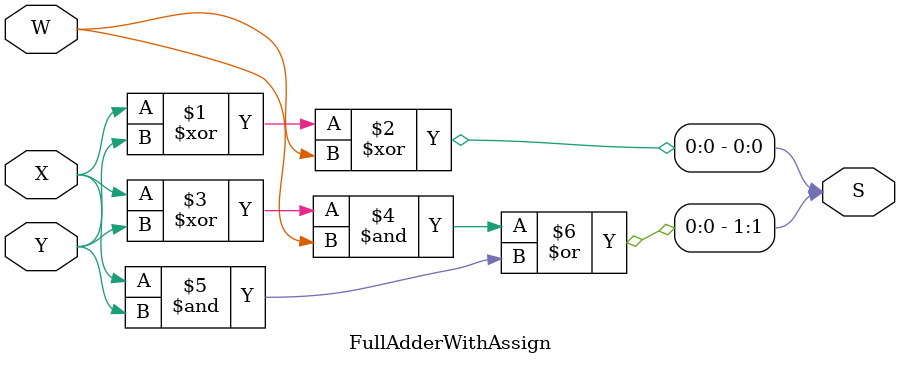
<source format=v>
module FullAdderWithAssign(input X,Y,W,output [1:0]S);
	/*
	wire L,P,Q; // Optional
	assign L = X^Y;
	assign Sum = L^W;
	assign Q = X&Y;
	assign Carry = P|Q;
	*/			
	
	//better way
	
	//first Approach
	/*
	assign Sum = (X^Y)^W;
	assign Carry = ((x^y)&W)|(X&Y);
	*/
	//Second Approach
	
	assign S[0] = (X^Y)^W;
	assign S[1] = ((X^Y)&W)|(X&Y);

	//Third Approach
	//assign SUM = X+Y+Z		// output [1:0] SUM
	
endmodule

//assign F = &(A); 	It ANDs all Bits of A
//assign F = ~&(A)  = valid syntax for NAND
//assign F = &({X,Y,Z,K})  =  X & Y & Z & K    // Adjoint
</source>
